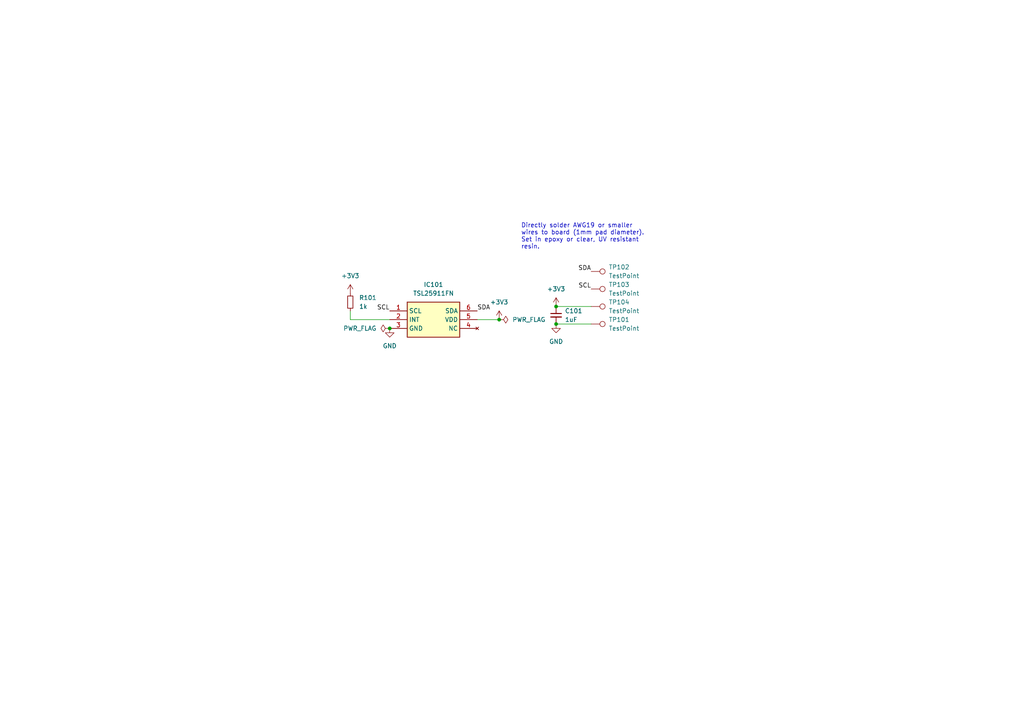
<source format=kicad_sch>
(kicad_sch (version 20230121) (generator eeschema)
  (paper "A4")
  (title_block (title "Blackbody C") (date "2023-07-13") (rev "v0.1.0") (company "LHR Solar") (comment 1 "Matthew Yu"))
  (lib_symbols
    (symbol "Connector:TestPoint" (pin_numbers hide) (pin_names (offset 0.762) hide)
      (property "Reference" "TP" (at 0 6.858 0))
      (property "Value" "TestPoint" (at 0 5.08 0))
      (symbol "TestPoint_0_1"
        (circle (center 0 3.302) (radius 0.762))
      )
      (symbol "TestPoint_1_1"
        (pin passive line (at 0 0 90) (length 2.54) (name "1") (number "1"))
      )
    )
    (symbol "Device:C_Small" (pin_numbers hide) (pin_names (offset 0.254) hide)
      (property "Reference" "C" (at 0.254 1.778 0))
      (property "Value" "C_Small" (at 0.254 -2.032 0))
      (symbol "C_Small_0_1"
        (polyline (pts (xy -1.524 -0.508) (xy 1.524 -0.508)) (stroke (width 0.3302)))
        (polyline (pts (xy -1.524 0.508) (xy 1.524 0.508)) (stroke (width 0.3048)))
      )
      (symbol "C_Small_1_1"
        (pin passive line (at 0 2.54 270) (length 2.032) (name "~") (number "1"))
        (pin passive line (at 0 -2.54 90) (length 2.032) (name "~") (number "2"))
      )
    )
    (symbol "Device:R_Small" (pin_numbers hide) (pin_names (offset 0.254) hide)
      (property "Reference" "R" (at 0.762 0.508 0))
      (property "Value" "R_Small" (at 0.762 -1.016 0))
      (symbol "R_Small_0_1"
        (rectangle (start -0.762 1.778) (end 0.762 -1.778) (stroke (width 0.2032)))
      )
      (symbol "R_Small_1_1"
        (pin passive line (at 0 2.54 270) (length 0.762) (name "~") (number "1"))
        (pin passive line (at 0 -2.54 90) (length 0.762) (name "~") (number "2"))
      )
    )
    (symbol "ams_TSL25911FN:TSL25911FN"
      (property "Reference" "IC" (at 21.59 7.62 0))
      (property "Value" "TSL25911FN" (at 21.59 5.08 0))
      (symbol "TSL25911FN_1_1"
        (rectangle (start 5.08 2.54) (end 20.32 -7.62) (stroke (width 0.254)) (fill (type background)))
        (pin passive line (at 0 0 0) (length 5.08) (name "SCL") (number "1"))
        (pin passive line (at 0 -2.54 0) (length 5.08) (name "INT") (number "2"))
        (pin passive line (at 0 -5.08 0) (length 5.08) (name "GND") (number "3"))
        (pin no_connect line (at 25.4 -5.08 180) (length 5.08) (name "NC") (number "4"))
        (pin passive line (at 25.4 -2.54 180) (length 5.08) (name "VDD") (number "5"))
        (pin passive line (at 25.4 0 180) (length 5.08) (name "SDA") (number "6"))
      )
    )
    (symbol "power:+3V3" (power) (pin_names (offset 0))
      (property "Value" "+3V3" (at 0 3.556 0))
      (symbol "+3V3_0_1"
        (polyline (pts (xy -0.762 1.27) (xy 0 2.54)))
        (polyline (pts (xy 0 0) (xy 0 2.54)))
        (polyline (pts (xy 0 2.54) (xy 0.762 1.27)))
      )
      (symbol "+3V3_1_1"
        (pin power_in line (at 0 0 90) (length 0) hide (name "+3V3") (number "1"))
      )
    )
    (symbol "power:GND" (power) (pin_names (offset 0))
      (property "Value" "GND" (at 0 -3.81 0))
      (symbol "GND_0_1"
        (polyline (pts (xy 0 0) (xy 0 -1.27) (xy 1.27 -1.27) (xy 0 -2.54) (xy -1.27 -1.27) (xy 0 -1.27)))
      )
      (symbol "GND_1_1"
        (pin power_in line (at 0 0 270) (length 0) hide (name "GND") (number "1"))
      )
    )
    (symbol "power:PWR_FLAG" (power) (pin_numbers hide) (pin_names (offset 0) hide)
      (property "Value" "PWR_FLAG" (at 0 3.81 0))
      (symbol "PWR_FLAG_0_0"
        (pin power_out line (at 0 0 90) (length 0) (name "pwr") (number "1"))
      )
      (symbol "PWR_FLAG_0_1"
        (polyline (pts (xy 0 0) (xy 0 1.27) (xy -1.016 1.905) (xy 0 2.54) (xy 1.016 1.905) (xy 0 1.27)))
      )
    )
  )
  (junction (at 113.03 95.25))
  (junction (at 161.29 93.98))
  (junction (at 161.29 88.9))
  (junction (at 144.78 92.71))
  (wire (pts (xy 161.29 88.9) (xy 171.45 88.9)))
  (wire (pts (xy 101.6 92.71) (xy 101.6 90.17)))
  (wire (pts (xy 138.43 92.71) (xy 144.78 92.71)))
  (wire (pts (xy 101.6 92.71) (xy 113.03 92.71)))
  (wire (pts (xy 161.29 93.98) (xy 171.45 93.98)))
  (text "Directly solder AWG19 or smaller \nwires to board (1mm pad diameter).\nSet in epoxy or clear, UV resistant \nresin." (at 151.13 72.39 0) (effects (font (size 1.27 1.27)) (justify left bottom)))
  (label "SCL" (at 113.03 90.17 180))
  (label "SCL" (at 171.45 83.82 180))
  (label "SDA" (at 138.43 90.17 0))
  (label "SDA" (at 171.45 78.74 180))
  (symbol (lib_id "power:PWR_FLAG") (at 144.78 92.71 270) (unit 1)
    (property "Reference" "#FLG0102" (effects hide))
    (property "Value" "PWR_FLAG" (at 148.59 92.71 90) (effects (justify left)))
  )
  (symbol (lib_id "power:+3V3") (at 161.29 88.9 0) (unit 1)
    (property "Reference" "#PWR0104" (effects hide))
    (property "Value" "+3V3" (at 161.29 83.82 0))
  )
  (symbol (lib_id "Connector:TestPoint") (at 171.45 83.82 270) (unit 1)
    (property "Reference" "TP103" (at 176.53 82.55 90) (effects (justify left)))
    (property "Value" "TestPoint" (at 176.53 85.09 90) (effects (justify left)))
    (property "Footprint" "TestPoint:TestPoint_Pad_1.0x1.0mm" (effects hide))
  )
  (symbol (lib_id "power:PWR_FLAG") (at 113.03 95.25 90) (unit 1)
    (property "Reference" "#FLG0101" (effects hide))
    (property "Value" "PWR_FLAG" (at 109.22 95.25 90) (effects (justify left)))
  )
  (symbol (lib_id "Connector:TestPoint") (at 171.45 93.98 270) (unit 1)
    (property "Reference" "TP101" (at 176.53 92.71 90) (effects (justify left)))
    (property "Value" "TestPoint" (at 176.53 95.25 90) (effects (justify left)))
    (property "Footprint" "TestPoint:TestPoint_Pad_1.0x1.0mm" (effects hide))
  )
  (symbol (lib_id "power:+3V3") (at 144.78 92.71 0) (unit 1)
    (property "Reference" "#PWR0103" (effects hide))
    (property "Value" "+3V3" (at 144.78 87.63 0))
  )
  (symbol (lib_id "Device:R_Small") (at 101.6 87.63 0) (unit 1)
    (property "Reference" "R101" (at 104.14 86.36 0) (effects (justify left)))
    (property "Value" "1k" (at 104.14 88.9 0) (effects (justify left)))
    (property "Footprint" "Resistor_SMD:R_0402_1005Metric" (effects hide))
    (property "Datasheet" "https://datasheet.lcsc.com/lcsc/2206010216_UNI-ROYAL-Uniroyal-Elec-0402WGF1001TCE_C11702.pdf" (effects hide))
    (property "Distributor" "JLCPCB" (effects hide))
    (property "Manufacturer" "UNI-ROYAL(Uniroyal Elec)" (effects hide))
    (property "P/N" "0402WGF1001TCE" (effects hide))
    (property "LCSC Part #" "C11702" (effects hide))
    (property "Cost" "0.0005" (effects hide))
  )
  (symbol (lib_id "power:GND") (at 113.03 95.25 0) (unit 1)
    (property "Reference" "#PWR0102" (effects hide))
    (property "Value" "GND" (at 113.03 100.33 0))
  )
  (symbol (lib_id "Device:C_Small") (at 161.29 91.44 0) (unit 1)
    (property "Reference" "C101" (at 163.83 90.1763 0) (effects (justify left)))
    (property "Value" "1uF" (at 163.83 92.7163 0) (effects (justify left)))
    (property "Footprint" "Capacitor_SMD:C_0402_1005Metric" (effects hide))
    (property "Datasheet" "https://datasheet.lcsc.com/lcsc/2304140030_Samsung-Electro-Mechanics-CL05A105KA5NQNC_C52923.pdf" (effects hide))
    (property "Distributor" "JLCPCB" (effects hide))
    (property "Manufacturer" "Samsung Electro-Mechanics" (effects hide))
    (property "P/N" "CL05A105KA5NQNC" (effects hide))
    (property "LCSC Part #" "C52923" (effects hide))
    (property "Cost" "0.0037" (effects hide))
  )
  (symbol (lib_id "ams_TSL25911FN:TSL25911FN") (at 113.03 90.17 0) (unit 1)
    (property "Reference" "IC101" (at 125.73 82.55 0))
    (property "Value" "TSL25911FN" (at 125.73 85.09 0))
    (property "Footprint" "footprints:ams_TSL25911FN" (effects hide))
    (property "Datasheet" "http://ams.com/documents/20143/36005/TSL2591_DS000338_6-00.pdf" (effects hide))
    (property "Distributor" "Mouser" (effects hide))
    (property "Manufacturer" "AMS" (effects hide))
    (property "P/N" "TSL25911FN" (effects hide))
    (property "Cost" "2.93" (effects hide))
    (property "Height" "0" (effects hide))
    (property "Mouser Part Number" "985-TSL25911FN" (effects hide))
    (property "Mouser Price/Stock" "https://www.mouser.co.uk/ProductDetail/ams/TSL25911FN?qs=6irNfxKJ9AaiNMbaQmyIug%3D%3D" (effects hide))
    (property "Manufacturer_Name" "ams" (effects hide))
    (property "Manufacturer_Part_Number" "TSL25911FN" (effects hide))
  )
  (symbol (lib_id "power:+3V3") (at 101.6 85.09 0) (unit 1)
    (property "Reference" "#PWR0101" (effects hide))
    (property "Value" "+3V3" (at 101.6 80.01 0))
  )
  (symbol (lib_id "Connector:TestPoint") (at 171.45 88.9 270) (unit 1)
    (property "Reference" "TP104" (at 176.53 87.63 90) (effects (justify left)))
    (property "Value" "TestPoint" (at 176.53 90.17 90) (effects (justify left)))
    (property "Footprint" "TestPoint:TestPoint_Pad_1.0x1.0mm" (effects hide))
  )
  (symbol (lib_id "Connector:TestPoint") (at 171.45 78.74 270) (unit 1)
    (property "Reference" "TP102" (at 176.53 77.47 90) (effects (justify left)))
    (property "Value" "TestPoint" (at 176.53 80.01 90) (effects (justify left)))
    (property "Footprint" "TestPoint:TestPoint_Pad_1.0x1.0mm" (effects hide))
  )
  (symbol (lib_id "power:GND") (at 161.29 93.98 0) (unit 1)
    (property "Reference" "#PWR0105" (effects hide))
    (property "Value" "GND" (at 161.29 99.06 0))
  )
)
</source>
